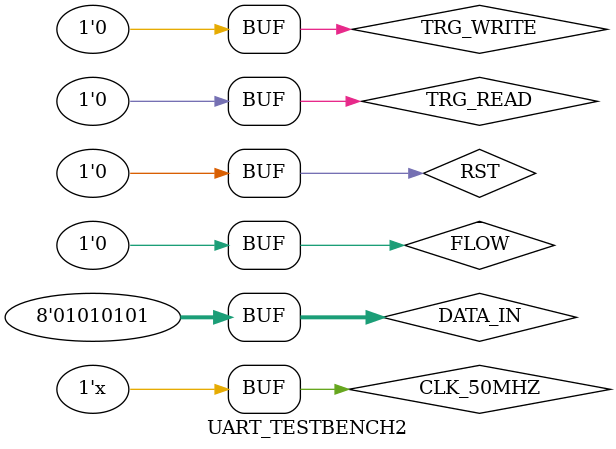
<source format=v>
`timescale 1ns / 1ps
module UART_TESTBENCH2(
    );

reg RST;
reg CLK_50MHZ;
wire TX;
reg RX;
wire DONE;
reg TRG_READ;
reg TRG_WRITE;
reg [7:0] DATA_IN;
wire [7:0] DATA_OUT;
reg FLOW;
reg [7:0] LAST_RECEIVED;

UART u( 
		.RST(RST),
		.TX(TX),
		.RX(RX),
		.CLK_50MHZ(CLK_50MHZ),
		.FLOW(FLOW),
		.DATA_IN(DATA_IN),
		.DATA_OUT(DATA_OUT),
		.TRG_READ(TRG_READ),
		.TRG_WRITE(TRG_WRITE),
		.DONE(DONE)
		);

/*** INITIAL ***/			
initial
	begin
	CLK_50MHZ = 0;
	RST = 0;
	FLOW = 0;
	TRG_READ = 0;
	TRG_WRITE = 0;
	
	/** RST CLOCKS **/
	RST = 1;
	#100;
	RST = 0;
	#1000;
	
	DATA_IN = 8'b01010101;
	TRG_WRITE = 1;
	#100;
	TRG_WRITE = 0;
	end

always @(posedge DONE)
	begin
	LAST_RECEIVED = DATA_OUT;
	end

/*** SIMULATION CLK 50 MHZ ***/
always
	begin
	#1;
	CLK_50MHZ = ~CLK_50MHZ;
	end

always @(posedge CLK_50MHZ)
	begin
	RX = TX;
	end
	
endmodule

</source>
